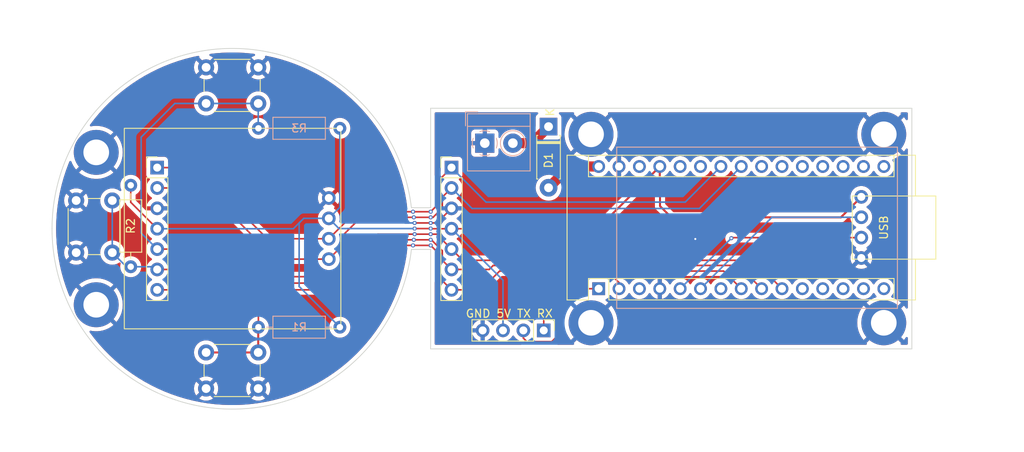
<source format=kicad_pcb>
(kicad_pcb (version 20211014) (generator pcbnew)
  (layers (0 "F.Cu" signal) (31 "B.Cu" signal) (34 "B.Paste" user) (35 "F.Paste" user) (36 "B.SilkS" user "B.Silkscreen") (37 "F.SilkS" user "F.Silkscreen") (38 "B.Mask" user) (39 "F.Mask" user) (44 "Edge.Cuts" user))
  (net 0 "")
  (net 1 "/TX")
  (net 2 "/RX")
  (net 4 "GND")
  (net 5 "/BT1")
  (net 6 "/DT")
  (net 7 "/SCK")
  (net 9 "/BT3")
  (net 22 "/SDA")
  (net 23 "/SCL")
  (net 26 "+5V")
  (net 28 "BATT")
  (net 29 "Net-(D1-Pad1)")
  (net 30 "/BT2")
  (footprint "MountingHole:MountingHole_3.2mm_M3_DIN965_Pad_TopBottom" (layer "F.Cu") (at 29.8 38 -90)
    (fp_text reference "H5" hide)
    (fp_text value "MountingHole_Pad")
    (pad "1" connect circle (at 0 0 270) (size 5.6 5.6) (layers "F.Cu" "F.Mask") (net 4 "GND"))
    (pad "1" thru_hole circle (at 0 0 270) (size 3.6 3.6) (drill 3.2) (layers *.Cu *.Mask) (net 4 "GND"))
    (pad "1" connect circle (at 0 0 270) (size 5.6 5.6) (layers "B.Cu" "B.Mask") (net 4 "GND"))
  )
  (footprint "MountingHole:MountingHole_3.2mm_M3_DIN965_Pad_TopBottom" (layer "F.Cu") (at 128 35.75)
    (fp_text reference "H2" hide)
    (fp_text value "MountingHole_Pad")
    (pad "1" connect circle (at 0 0) (size 5.6 5.6) (layers "B.Cu" "B.Mask") (net 4 "GND"))
    (pad "1" thru_hole circle (at 0 0) (size 3.6 3.6) (drill 3.2) (layers *.Cu *.Mask) (net 4 "GND"))
    (pad "1" connect circle (at 0 0) (size 5.6 5.6) (layers "F.Cu" "F.Mask") (net 4 "GND"))
  )
  (footprint "Connector_PinHeader_2.54mm:PinHeader_1x07_P2.54mm_Vertical" (layer "F.Cu") (at 74.1 39.9)
    (fp_text reference "J5" hide)
    (fp_text value "Conn_01x07")
    (fp_line (start -1.33 0) (end -1.33 -1.33) (layer "F.SilkS") (width 0.12))
    (fp_line (start -1.33 1.27) (end 1.33 1.27) (layer "F.SilkS") (width 0.12))
    (fp_line (start -1.33 16.57) (end 1.33 16.57) (layer "F.SilkS") (width 0.12))
    (fp_line (start 1.33 1.27) (end 1.33 16.57) (layer "F.SilkS") (width 0.12))
    (fp_line (start -1.33 1.27) (end -1.33 16.57) (layer "F.SilkS") (width 0.12))
    (fp_line (start -1.33 -1.33) (end 0 -1.33) (layer "F.SilkS") (width 0.12))
    (pad "1" thru_hole rect (at 0 0) (size 1.7 1.7) (drill 1) (layers *.Cu *.Mask) (net 23 "/SCL"))
    (pad "2" thru_hole oval (at 0 2.54) (size 1.7 1.7) (drill 1) (layers *.Cu *.Mask) (net 22 "/SDA"))
    (pad "3" thru_hole oval (at 0 5.08) (size 1.7 1.7) (drill 1) (layers *.Cu *.Mask) (net 4 "GND"))
    (pad "4" thru_hole oval (at 0 7.62) (size 1.7 1.7) (drill 1) (layers *.Cu *.Mask) (net 26 "+5V"))
    (pad "5" thru_hole oval (at 0 10.16) (size 1.7 1.7) (drill 1) (layers *.Cu *.Mask) (net 9 "/BT3"))
    (pad "6" thru_hole oval (at 0 12.7) (size 1.7 1.7) (drill 1) (layers *.Cu *.Mask) (net 30 "/BT2"))
    (pad "7" thru_hole oval (at 0 15.24) (size 1.7 1.7) (drill 1) (layers *.Cu *.Mask) (net 5 "/BT1"))
  )
  (footprint "Module:Arduino_Nano" (layer "F.Cu") (at 92.45 55 90)
    (fp_text reference "A1" hide)
    (fp_text value "Arduino_Nano_Every")
    (fp_text user "USB" (at 7.62 35.56 90 unlocked) (layer "F.SilkS"))
    (fp_line (start 11.56 31.62) (end 11.56 42.04) (layer "F.SilkS") (width 0.12))
    (fp_line (start 1.27 36.83) (end -1.4 36.83) (layer "F.SilkS") (width 0.12))
    (fp_line (start 3.68 31.62) (end 11.56 31.62) (layer "F.SilkS") (width 0.12))
    (fp_line (start 13.97 -1.27) (end 13.97 36.83) (layer "F.SilkS") (width 0.12))
    (fp_line (start -1.4 -3.94) (end -1.4 -1.27) (layer "F.SilkS") (width 0.12))
    (fp_line (start 11.56 42.04) (end 3.68 42.04) (layer "F.SilkS") (width 0.12))
    (fp_line (start 1.27 1.27) (end 1.27 36.83) (layer "F.SilkS") (width 0.12))
    (fp_line (start -1.4 1.27) (end -1.4 39.5) (layer "F.SilkS") (width 0.12))
    (fp_line (start 16.64 39.5) (end 11.56 39.5) (layer "F.SilkS") (width 0.12))
    (fp_line (start 3.68 42.04) (end 3.68 31.62) (layer "F.SilkS") (width 0.12))
    (fp_line (start 16.64 -3.94) (end -1.4 -3.94) (layer "F.SilkS") (width 0.12))
    (fp_line (start 1.27 1.27) (end 1.27 -1.27) (layer "F.SilkS") (width 0.12))
    (fp_line (start -1.4 39.5) (end 3.68 39.5) (layer "F.SilkS") (width 0.12))
    (fp_line (start 1.27 -1.27) (end -1.4 -1.27) (layer "F.SilkS") (width 0.12))
    (fp_line (start 16.64 39.5) (end 16.64 -3.94) (layer "F.SilkS") (width 0.12))
    (fp_line (start 13.97 36.83) (end 16.64 36.83) (layer "F.SilkS") (width 0.12))
    (fp_line (start 13.97 -1.27) (end 16.64 -1.27) (layer "F.SilkS") (width 0.12))
    (fp_line (start 1.27 1.27) (end -1.4 1.27) (layer "F.SilkS") (width 0.12))
    (pad "1" thru_hole rect (at 0 0 90) (size 1.6 1.6) (drill 1) (layers *.Cu *.Mask) (net 1 "/TX"))
    (pad "2" thru_hole oval (at 0 2.54 90) (size 1.6 1.6) (drill 1) (layers *.Cu *.Mask) (net 2 "/RX"))
    (pad "3" thru_hole oval (at 0 5.08 90) (size 1.6 1.6) (drill 1) (layers *.Cu *.Mask))
    (pad "4" thru_hole oval (at 0 7.62 90) (size 1.6 1.6) (drill 1) (layers *.Cu *.Mask) (net 4 "GND"))
    (pad "5" thru_hole oval (at 0 10.16 90) (size 1.6 1.6) (drill 1) (layers *.Cu *.Mask) (net 6 "/DT"))
    (pad "6" thru_hole oval (at 0 12.7 90) (size 1.6 1.6) (drill 1) (layers *.Cu *.Mask) (net 7 "/SCK"))
    (pad "7" thru_hole oval (at 0 15.24 90) (size 1.6 1.6) (drill 1) (layers *.Cu *.Mask))
    (pad "8" thru_hole oval (at 0 17.78 90) (size 1.6 1.6) (drill 1) (layers *.Cu *.Mask) (net 5 "/BT1"))
    (pad "9" thru_hole oval (at 0 20.32 90) (size 1.6 1.6) (drill 1) (layers *.Cu *.Mask) (net 30 "/BT2"))
    (pad "10" thru_hole oval (at 0 22.86 90) (size 1.6 1.6) (drill 1) (layers *.Cu *.Mask) (net 9 "/BT3"))
    (pad "11" thru_hole oval (at 0 25.4 90) (size 1.6 1.6) (drill 1) (layers *.Cu *.Mask))
    (pad "12" thru_hole oval (at 0 27.94 90) (size 1.6 1.6) (drill 1) (layers *.Cu *.Mask))
    (pad "13" thru_hole oval (at 0 30.48 90) (size 1.6 1.6) (drill 1) (layers *.Cu *.Mask))
    (pad "14" thru_hole oval (at 0 33.02 90) (size 1.6 1.6) (drill 1) (layers *.Cu *.Mask))
    (pad "15" thru_hole oval (at 0 35.56 90) (size 1.6 1.6) (drill 1) (layers *.Cu *.Mask))
    (pad "16" thru_hole oval (at 15.24 35.56 90) (size 1.6 1.6) (drill 1) (layers *.Cu *.Mask))
    (pad "17" thru_hole oval (at 15.24 33.02 90) (size 1.6 1.6) (drill 1) (layers *.Cu *.Mask))
    (pad "18" thru_hole oval (at 15.24 30.48 90) (size 1.6 1.6) (drill 1) (layers *.Cu *.Mask))
    (pad "19" thru_hole oval (at 15.24 27.94 90) (size 1.6 1.6) (drill 1) (layers *.Cu *.Mask))
    (pad "20" thru_hole oval (at 15.24 25.4 90) (size 1.6 1.6) (drill 1) (layers *.Cu *.Mask))
    (pad "21" thru_hole oval (at 15.24 22.86 90) (size 1.6 1.6) (drill 1) (layers *.Cu *.Mask))
    (pad "22" thru_hole oval (at 15.24 20.32 90) (size 1.6 1.6) (drill 1) (layers *.Cu *.Mask))
    (pad "23" thru_hole oval (at 15.24 17.78 90) (size 1.6 1.6) (drill 1) (layers *.Cu *.Mask) (net 22 "/SDA"))
    (pad "24" thru_hole oval (at 15.24 15.24 90) (size 1.6 1.6) (drill 1) (layers *.Cu *.Mask) (net 23 "/SCL"))
    (pad "25" thru_hole oval (at 15.24 12.7 90) (size 1.6 1.6) (drill 1) (layers *.Cu *.Mask))
    (pad "26" thru_hole oval (at 15.24 10.16 90) (size 1.6 1.6) (drill 1) (layers *.Cu *.Mask))
    (pad "27" thru_hole oval (at 15.24 7.62 90) (size 1.6 1.6) (drill 1) (layers *.Cu *.Mask) (net 26 "+5V"))
    (pad "28" thru_hole oval (at 15.24 5.08 90) (size 1.6 1.6) (drill 1) (layers *.Cu *.Mask))
    (pad "29" thru_hole oval (at 15.24 2.54 90) (size 1.6 1.6) (drill 1) (layers *.Cu *.Mask) (net 4 "GND"))
    (pad "30" thru_hole oval (at 15.24 0 90) (size 1.6 1.6) (drill 1) (layers *.Cu *.Mask) (net 28 "BATT"))
  )
  (footprint "Button_Switch_THT:SW_PUSH_6mm_H4.3mm" (layer "F.Cu") (at 50 31.9 180)
    (fp_text reference "SW3" hide)
    (fp_text value "SW_Push")
    (fp_line (start -0.25 1.5) (end -0.25 3) (layer "F.SilkS") (width 0.12))
    (fp_line (start 6.75 3) (end 6.75 1.5) (layer "F.SilkS") (width 0.12))
    (fp_line (start 5.5 -1) (end 1 -1) (layer "F.SilkS") (width 0.12))
    (fp_line (start 1 5.5) (end 5.5 5.5) (layer "F.SilkS") (width 0.12))
    (pad "1" thru_hole circle (at 6.5 0 270) (size 2 2) (drill 1.1) (layers *.Cu *.Mask) (net 9 "/BT3"))
    (pad "1" thru_hole circle (at 0 0 270) (size 2 2) (drill 1.1) (layers *.Cu *.Mask) (net 9 "/BT3"))
    (pad "2" thru_hole circle (at 0 4.5 270) (size 2 2) (drill 1.1) (layers *.Cu *.Mask) (net 4 "GND"))
    (pad "2" thru_hole circle (at 6.5 4.5 270) (size 2 2) (drill 1.1) (layers *.Cu *.Mask) (net 4 "GND"))
  )
  (footprint "MountingHole:MountingHole_3.2mm_M3_DIN965_Pad_TopBottom" (layer "F.Cu") (at 91.5 59.25)
    (fp_text reference "H4" hide)
    (fp_text value "MountingHole_Pad")
    (pad "1" thru_hole circle (at 0 0) (size 3.6 3.6) (drill 3.2) (layers *.Cu *.Mask) (net 4 "GND"))
    (pad "1" connect circle (at 0 0) (size 5.6 5.6) (layers "F.Cu" "F.Mask") (net 4 "GND"))
    (pad "1" connect circle (at 0 0) (size 5.6 5.6) (layers "B.Cu" "B.Mask") (net 4 "GND"))
  )
  (footprint "MountingHole:MountingHole_3.2mm_M3_DIN965_Pad_TopBottom" (layer "F.Cu") (at 29.8 57 -90)
    (fp_text reference "H6" hide)
    (fp_text value "MountingHole_Pad")
    (pad "1" connect circle (at 0 0 270) (size 5.6 5.6) (layers "B.Cu" "B.Mask") (net 4 "GND"))
    (pad "1" thru_hole circle (at 0 0 270) (size 3.6 3.6) (drill 3.2) (layers *.Cu *.Mask) (net 4 "GND"))
    (pad "1" connect circle (at 0 0 270) (size 5.6 5.6) (layers "F.Cu" "F.Mask") (net 4 "GND"))
  )
  (footprint "Connector_PinHeader_2.54mm:PinHeader_1x07_P2.54mm_Vertical" (layer "F.Cu") (at 37.4 39.9)
    (fp_text reference "J6" hide)
    (fp_text value "Conn_01x07")
    (fp_line (start -1.33 1.27) (end -1.33 16.57) (layer "F.SilkS") (width 0.12))
    (fp_line (start -1.33 1.27) (end 1.33 1.27) (layer "F.SilkS") (width 0.12))
    (fp_line (start -1.33 16.57) (end 1.33 16.57) (layer "F.SilkS") (width 0.12))
    (fp_line (start -1.33 0) (end -1.33 -1.33) (layer "F.SilkS") (width 0.12))
    (fp_line (start 1.33 1.27) (end 1.33 16.57) (layer "F.SilkS") (width 0.12))
    (fp_line (start -1.33 -1.33) (end 0 -1.33) (layer "F.SilkS") (width 0.12))
    (pad "1" thru_hole rect (at 0 0) (size 1.7 1.7) (drill 1) (layers *.Cu *.Mask) (net 23 "/SCL"))
    (pad "2" thru_hole oval (at 0 2.54) (size 1.7 1.7) (drill 1) (layers *.Cu *.Mask) (net 22 "/SDA"))
    (pad "3" thru_hole oval (at 0 5.08) (size 1.7 1.7) (drill 1) (layers *.Cu *.Mask) (net 4 "GND"))
    (pad "4" thru_hole oval (at 0 7.62) (size 1.7 1.7) (drill 1) (layers *.Cu *.Mask) (net 26 "+5V"))
    (pad "5" thru_hole oval (at 0 10.16) (size 1.7 1.7) (drill 1) (layers *.Cu *.Mask) (net 9 "/BT3"))
    (pad "6" thru_hole oval (at 0 12.7) (size 1.7 1.7) (drill 1) (layers *.Cu *.Mask) (net 30 "/BT2"))
    (pad "7" thru_hole oval (at 0 15.24) (size 1.7 1.7) (drill 1) (layers *.Cu *.Mask) (net 5 "/BT1"))
  )
  (footprint "MountingHole:MountingHole_3.2mm_M3_DIN965_Pad_TopBottom" (layer "F.Cu") (at 91.5 35.75)
    (fp_text reference "H1" hide)
    (fp_text value "MountingHole_Pad")
    (pad "1" connect circle (at 0 0) (size 5.6 5.6) (layers "F.Cu" "F.Mask") (net 4 "GND"))
    (pad "1" connect circle (at 0 0) (size 5.6 5.6) (layers "B.Cu" "B.Mask") (net 4 "GND"))
    (pad "1" thru_hole circle (at 0 0) (size 3.6 3.6) (drill 3.2) (layers *.Cu *.Mask) (net 4 "GND"))
  )
  (footprint "Diode_THT:D_DO-41_SOD81_P7.62mm_Horizontal" (layer "F.Cu") (at 86.2 34.79 -90)
    (fp_text reference "D1" (at 4.21 0 90) (layer "F.SilkS"))
    (fp_text value "DIODE")
    (fp_text user "K" (at -1.79 -0.2 90) (layer "F.SilkS"))
    (fp_line (start 1.09 -1.47) (end 6.53 -1.47) (layer "F.SilkS") (width 0.12))
    (fp_line (start 1.87 -1.47) (end 1.87 1.47) (layer "F.SilkS") (width 0.12))
    (fp_line (start 1.09 -1.34) (end 1.09 -1.47) (layer "F.SilkS") (width 0.12))
    (fp_line (start 2.11 -1.47) (end 2.11 1.47) (layer "F.SilkS") (width 0.12))
    (fp_line (start 6.53 1.47) (end 6.53 1.34) (layer "F.SilkS") (width 0.12))
    (fp_line (start 1.99 -1.47) (end 1.99 1.47) (layer "F.SilkS") (width 0.12))
    (fp_line (start 6.53 -1.47) (end 6.53 -1.34) (layer "F.SilkS") (width 0.12))
    (fp_line (start 1.09 1.34) (end 1.09 1.47) (layer "F.SilkS") (width 0.12))
    (fp_line (start 1.09 1.47) (end 6.53 1.47) (layer "F.SilkS") (width 0.12))
    (pad "1" thru_hole rect (at 0 0 270) (size 2.2 2.2) (drill 1.1) (layers *.Cu *.Mask) (net 29 "Net-(D1-Pad1)"))
    (pad "2" thru_hole oval (at 7.62 0 270) (size 2.2 2.2) (drill 1.1) (layers *.Cu *.Mask) (net 28 "BATT"))
  )
  (footprint "Button_Switch_THT:SW_PUSH_6mm_H4.3mm" (layer "F.Cu") (at 43.5 62.95)
    (fp_text reference "SW1" hide)
    (fp_text value "SW_Push")
    (fp_line (start 5.5 -1) (end 1 -1) (layer "F.SilkS") (width 0.12))
    (fp_line (start -0.25 1.5) (end -0.25 3) (layer "F.SilkS") (width 0.12))
    (fp_line (start 1 5.5) (end 5.5 5.5) (layer "F.SilkS") (width 0.12))
    (fp_line (start 6.75 3) (end 6.75 1.5) (layer "F.SilkS") (width 0.12))
    (pad "1" thru_hole circle (at 0 0 90) (size 2 2) (drill 1.1) (layers *.Cu *.Mask) (net 5 "/BT1"))
    (pad "1" thru_hole circle (at 6.5 0 90) (size 2 2) (drill 1.1) (layers *.Cu *.Mask) (net 5 "/BT1"))
    (pad "2" thru_hole circle (at 0 4.5 90) (size 2 2) (drill 1.1) (layers *.Cu *.Mask) (net 4 "GND"))
    (pad "2" thru_hole circle (at 6.5 4.5 90) (size 2 2) (drill 1.1) (layers *.Cu *.Mask) (net 4 "GND"))
  )
  (footprint "Library:0.96 inch OLED I2C" (layer "F.Cu") (at 46.8 47.5 -90)
    (fp_text reference "J1" hide)
    (fp_text value "0.96 inch OLED")
    (fp_rect (start -12.5 -13.5) (end 12.5 13.5) (layer "F.SilkS") (width 0.12) (fill none))
    (pad "1" thru_hole circle (at 3.81 -12 270) (size 1.7 1.7) (drill 1) (layers *.Cu *.Mask) (net 22 "/SDA"))
    (pad "2" thru_hole circle (at 1.27 -12 270) (size 1.7 1.7) (drill 1) (layers *.Cu *.Mask) (net 23 "/SCL"))
    (pad "3" thru_hole circle (at -1.27 -12 270) (size 1.7 1.7) (drill 1) (layers *.Cu *.Mask) (net 26 "+5V"))
    (pad "4" thru_hole circle (at -3.81 -12 270) (size 1.7 1.7) (drill 1) (layers *.Cu *.Mask) (net 4 "GND"))
  )
  (footprint "Connector_PinHeader_2.54mm:PinHeader_1x04_P2.54mm_Vertical" (layer "F.Cu") (at 85.6 60.2 -90)
    (fp_text reference "J4" hide)
    (fp_text value "Conn_01x04")
    (fp_line (start -1.33 0) (end -1.33 -1.33) (layer "F.SilkS") (width 0.12))
    (fp_line (start -1.33 -1.33) (end 0 -1.33) (layer "F.SilkS") (width 0.12))
    (fp_line (start -1.33 1.27) (end 1.33 1.27) (layer "F.SilkS") (width 0.12))
    (fp_line (start -1.33 8.95) (end 1.33 8.95) (layer "F.SilkS") (width 0.12))
    (fp_line (start 1.33 1.27) (end 1.33 8.95) (layer "F.SilkS") (width 0.12))
    (fp_line (start -1.33 1.27) (end -1.33 8.95) (layer "F.SilkS") (width 0.12))
    (pad "1" thru_hole rect (at 0 0 270) (size 1.7 1.7) (drill 1) (layers *.Cu *.Mask) (net 2 "/RX"))
    (pad "2" thru_hole oval (at 0 2.54 270) (size 1.7 1.7) (drill 1) (layers *.Cu *.Mask) (net 1 "/TX"))
    (pad "3" thru_hole oval (at 0 5.08 270) (size 1.7 1.7) (drill 1) (layers *.Cu *.Mask) (net 26 "+5V"))
    (pad "4" thru_hole oval (at 0 7.62 270) (size 1.7 1.7) (drill 1) (layers *.Cu *.Mask) (net 4 "GND"))
  )
  (footprint "MountingHole:MountingHole_3.2mm_M3_DIN965_Pad_TopBottom" (layer "F.Cu") (at 128 59.25)
    (fp_text reference "H3" hide)
    (fp_text value "MountingHole_Pad")
    (pad "1" connect circle (at 0 0) (size 5.6 5.6) (layers "F.Cu" "F.Mask") (net 4 "GND"))
    (pad "1" thru_hole circle (at 0 0) (size 3.6 3.6) (drill 3.2) (layers *.Cu *.Mask) (net 4 "GND"))
    (pad "1" connect circle (at 0 0) (size 5.6 5.6) (layers "B.Cu" "B.Mask") (net 4 "GND"))
  )
  (footprint "Resistor_THT:R_Axial_DIN0207_L6.3mm_D2.5mm_P10.16mm_Horizontal" (layer "F.Cu") (at 34.1 42.1 -90)
    (fp_text reference "R2" (at 5.08 0 90) (layer "F.SilkS"))
    (fp_text value "10k")
    (fp_line (start 8.35 -1.37) (end 1.81 -1.37) (layer "F.SilkS") (width 0.12))
    (fp_line (start 8.35 1.37) (end 8.35 -1.37) (layer "F.SilkS") (width 0.12))
    (fp_line (start 1.81 1.37) (end 8.35 1.37) (layer "F.SilkS") (width 0.12))
    (fp_line (start 1.04 0) (end 1.81 0) (layer "F.SilkS") (width 0.12))
    (fp_line (start 9.12 0) (end 8.35 0) (layer "F.SilkS") (width 0.12))
    (fp_line (start 1.81 -1.37) (end 1.81 1.37) (layer "F.SilkS") (width 0.12))
    (pad "1" thru_hole circle (at 0 0 270) (size 1.6 1.6) (drill 0.8) (layers *.Cu *.Mask) (net 26 "+5V"))
    (pad "2" thru_hole oval (at 10.16 0 270) (size 1.6 1.6) (drill 0.8) (layers *.Cu *.Mask) (net 30 "/BT2"))
  )
  (footprint "Button_Switch_THT:SW_PUSH_6mm_H4.3mm" (layer "F.Cu") (at 31.8 44 -90)
    (fp_text reference "SW2" hide)
    (fp_text value "SW_Push")
    (fp_line (start 5.5 -1) (end 1 -1) (layer "F.SilkS") (width 0.12))
    (fp_line (start 6.75 3) (end 6.75 1.5) (layer "F.SilkS") (width 0.12))
    (fp_line (start -0.25 1.5) (end -0.25 3) (layer "F.SilkS") (width 0.12))
    (fp_line (start 1 5.5) (end 5.5 5.5) (layer "F.SilkS") (width 0.12))
    (pad "1" thru_hole circle (at 0 0) (size 2 2) (drill 1.1) (layers *.Cu *.Mask) (net 30 "/BT2"))
    (pad "1" thru_hole circle (at 6.5 0) (size 2 2) (drill 1.1) (layers *.Cu *.Mask) (net 30 "/BT2"))
    (pad "2" thru_hole circle (at 0 4.5) (size 2 2) (drill 1.1) (layers *.Cu *.Mask) (net 4 "GND"))
    (pad "2" thru_hole circle (at 6.5 4.5) (size 2 2) (drill 1.1) (layers *.Cu *.Mask) (net 4 "GND"))
  )
  (footprint "TerminalBlock_4Ucon:TerminalBlock_4Ucon_1x02_P3.50mm_Horizontal" (layer "B.Cu") (at 78.25 36.85)
    (fp_text reference "J3" hide)
    (fp_text value "Screw_Terminal_01x02")
    (fp_line (start -2.4 -3.9) (end -0.9 -3.9) (layer "B.SilkS") (width 0.12))
    (fp_line (start -2.16 3.46) (end 5.66 3.46) (layer "B.SilkS") (width 0.12))
    (fp_line (start -2.16 -2.1) (end 5.66 -2.1) (layer "B.SilkS") (width 0.12))
    (fp_line (start -2.16 3.46) (end -2.16 -3.66) (layer "B.SilkS") (width 0.12))
    (fp_line (start -2.4 -2.16) (end -2.4 -3.9) (layer "B.SilkS") (width 0.12))
    (fp_line (start -2.16 -3.66) (end 5.66 -3.66) (layer "B.SilkS") (width 0.12))
    (fp_line (start 5.66 3.46) (end 5.66 -3.66) (layer "B.SilkS") (width 0.12))
    (fp_arc (start 1.432 -0.608) (mid 1.555727 -0.00014) (end 1.432109 0.607742) (layer "B.SilkS") (width 0.12))
    (fp_arc (start -0.608 -1.432) (mid -0.296984 -1.527118) (end 0.027011 -1.555493) (layer "B.SilkS") (width 0.12))
    (fp_arc (start -1.432 0.608) (mid -1.555727 0.00014) (end -1.432109 -0.607742) (layer "B.SilkS") (width 0.12))
    (fp_arc (start 0.608 1.432) (mid 0.00014 1.555727) (end -0.607742 1.432109) (layer "B.SilkS") (width 0.12))
    (fp_arc (start 0 -1.555) (mid 0.310017 -1.523783) (end 0.607587 -1.431385) (layer "B.SilkS") (width 0.12))
    (fp_circle (center 3.5 0) (end 5.055 0) (layer "B.SilkS") (width 0.12) (fill none))
    (pad "1" thru_hole rect (at 0 0) (size 2.4 2.4) (drill 1.2) (layers *.Cu *.Mask) (net 4 "GND"))
    (pad "2" thru_hole circle (at 3.5 0) (size 2.4 2.4) (drill 1.2) (layers *.Cu *.Mask) (net 29 "Net-(D1-Pad1)"))
  )
  (footprint "Library:LoadCellAmplifier" (layer "B.Cu") (at 125.2 43.55 180)
    (fp_text reference "J2" hide)
    (fp_text value "Load Cell")
    (fp_line (start -4.5 -13.9) (end 30.5 -13.9) (layer "B.SilkS") (width 0.12))
    (fp_line (start 30.5 6.2) (end -4.5 6.2) (layer "B.SilkS") (width 0.12))
    (fp_line (start -4.5 6.2) (end -4.5 -13.9) (layer "B.SilkS") (width 0.12))
    (fp_line (start 30.5 -13.9) (end 30.5 6.2) (layer "B.SilkS") (width 0.12))
    (pad "1" thru_hole circle (at 0 0 180) (size 1.7 1.7) (drill 1) (layers *.Cu *.Mask) (net 26 "+5V"))
    (pad "2" thru_hole circle (at 0 -2.54 180) (size 1.7 1.7) (drill 1) (layers *.Cu *.Mask) (net 7 "/SCK"))
    (pad "3" thru_hole circle (at 0 -5.08 180) (size 1.7 1.7) (drill 1) (layers *.Cu *.Mask) (net 6 "/DT"))
    (pad "4" thru_hole circle (at 0 -7.62 180) (size 1.7 1.7) (drill 1) (layers *.Cu *.Mask) (net 4 "GND"))
  )
  (footprint "Resistor_THT:R_Axial_DIN0207_L6.3mm_D2.5mm_P10.16mm_Horizontal" (layer "B.Cu") (at 60.18 59.8 180)
    (fp_text reference "R1" (at 5.08 0) (layer "B.SilkS") (effects (justify mirror)))
    (fp_text value "10k")
    (fp_line (start 8.35 -1.37) (end 8.35 1.37) (layer "B.SilkS") (width 0.12))
    (fp_line (start 1.81 -1.37) (end 8.35 -1.37) (layer "B.SilkS") (width 0.12))
    (fp_line (start 1.81 1.37) (end 1.81 -1.37) (layer "B.SilkS") (width 0.12))
    (fp_line (start 1.04 0) (end 1.81 0) (layer "B.SilkS") (width 0.12))
    (fp_line (start 9.12 0) (end 8.35 0) (layer "B.SilkS") (width 0.12))
    (fp_line (start 8.35 1.37) (end 1.81 1.37) (layer "B.SilkS") (width 0.12))
    (pad "1" thru_hole circle (at 0 0 180) (size 1.6 1.6) (drill 0.8) (layers *.Cu *.Mask) (net 26 "+5V"))
    (pad "2" thru_hole oval (at 10.16 0 180) (size 1.6 1.6) (drill 0.8) (layers *.Cu *.Mask) (net 5 "/BT1"))
  )
  (footprint "Resistor_THT:R_Axial_DIN0207_L6.3mm_D2.5mm_P10.16mm_Horizontal" (layer "B.Cu") (at 60.18 35 180)
    (fp_text reference "R3" (at 5.08 0) (layer "B.SilkS") (effects (justify mirror)))
    (fp_text value "10k")
    (fp_line (start 8.35 1.37) (end 1.81 1.37) (layer "B.SilkS") (width 0.12))
    (fp_line (start 9.12 0) (end 8.35 0) (layer "B.SilkS") (width 0.12))
    (fp_line (start 1.81 -1.37) (end 8.35 -1.37) (layer "B.SilkS") (width 0.12))
    (fp_line (start 1.81 1.37) (end 1.81 -1.37) (layer "B.SilkS") (width 0.12))
    (fp_line (start 8.35 -1.37) (end 8.35 1.37) (layer "B.SilkS") (width 0.12))
    (fp_line (start 1.04 0) (end 1.81 0) (layer "B.SilkS") (width 0.12))
    (pad "1" thru_hole circle (at 0 0 180) (size 1.6 1.6) (drill 0.8) (layers *.Cu *.Mask) (net 26 "+5V"))
    (pad "2" thru_hole oval (at 10.16 0 180) (size 1.6 1.6) (drill 0.8) (layers *.Cu *.Mask) (net 9 "/BT3"))
  )
  (gr_line (start 131.5 32.5) (end 71.5 32.5) (layer "Edge.Cuts") (width 0.1))
  (gr_line (start 131.5 62.5) (end 71.5 62.5) (layer "Edge.Cuts") (width 0.1))
  (gr_line (start 71.5 44.9) (end 69.1 44.9) (layer "Edge.Cuts") (width 0.1))
  (gr_line (start 131.5 32.5) (end 131.5 62.5) (layer "Edge.Cuts") (width 0.1))
  (gr_arc (start 24.29 47.52) (mid 45.459357 25.076736) (end 69.1 44.9) (layer "Edge.Cuts") (width 0.1))
  (gr_line (start 71.5 62.5) (end 71.5 50.1) (layer "Edge.Cuts") (width 0.1))
  (gr_line (start 71.5 32.5) (end 71.5 44.9) (layer "Edge.Cuts") (width 0.1))
  (gr_arc (start 69.1 50.1) (mid 45.476324 69.976231) (end 24.29 47.52) (layer "Edge.Cuts") (width 0.1))
  (gr_line (start 69.1 50.1) (end 71.5 50.1) (layer "Edge.Cuts") (width 0.1))
  (gr_text "GND 5V TX RX" (at 81.3 58.1) (layer "F.SilkS") (effects (font (size 1 1))))
  (segment (start 87.7 60.5) (end 87.7 57.3) (width 0.2) (layer "F.Cu") (net 1))
  (segment (start 90 55) (end 92.45 55) (width 0.2) (layer "F.Cu") (net 1))
  (segment (start 83.5 61.6) (end 86.6 61.6) (width 0.2) (layer "F.Cu") (net 1))
  (segment (start 86.6 61.6) (end 87.7 60.5) (width 0.2) (layer "F.Cu") (net 1))
  (segment (start 83.06 61.16) (end 83.5 61.6) (width 0.2) (layer "F.Cu") (net 1))
  (segment (start 87.7 57.3) (end 90 55) (width 0.2) (layer "F.Cu") (net 1))
  (segment (start 83.06 60.2) (end 83.06 61.16) (width 0.2) (layer "F.Cu") (net 1))
  (segment (start 85.6 56.7) (end 85.6 60.2) (width 0.2) (layer "F.Cu") (net 2))
  (segment (start 88.8 53.5) (end 85.6 56.7) (width 0.2) (layer "F.Cu") (net 2))
  (segment (start 94.99 55) (end 94.99 54.24) (width 0.2) (layer "F.Cu") (net 2))
  (segment (start 94.99 54.24) (end 94.25 53.5) (width 0.2) (layer "F.Cu") (net 2))
  (segment (start 94.25 53.5) (end 88.8 53.5) (width 0.2) (layer "F.Cu") (net 2))
  (segment (start 71.5 46.8) (end 72.28 46.8) (width 0.2) (layer "F.Cu") (net 4))
  (segment (start 69.5 46.8) (end 71.5 46.8) (width 0.2) (layer "F.Cu") (net 4))
  (segment (start 72.28 46.8) (end 74.1 44.98) (width 0.2) (layer "F.Cu") (net 4))
  (via (at 71.5 46.8) (size 0.508) (drill 0.254) (layers "F.Cu" "B.Cu") (net 4))
  (via (at 69.5 46.8) (size 0.508) (drill 0.254) (layers "F.Cu" "B.Cu") (net 4))
  (via (at 104.5 48.8) (size 0.508) (drill 0.254) (layers "F.Cu" "B.Cu") (net 4))
  (segment (start 69.5 46.8) (end 68.3 46.8) (width 0.2) (layer "B.Cu") (net 4))
  (segment (start 110.23 55) (end 108.03 52.8) (width 0.2) (layer "F.Cu") (net 5))
  (segment (start 50.02 57.68) (end 52.56 55.14) (width 0.2) (layer "F.Cu") (net 5))
  (segment (start 50.02 57.68) (end 50.02 59.8) (width 0.2) (layer "F.Cu") (net 5))
  (segment (start 53.06 55.14) (end 60.86 55.14) (width 0.2) (layer "F.Cu") (net 5))
  (segment (start 72.5 53.54) (end 74.1 55.14) (width 0.2) (layer "F.Cu") (net 5))
  (segment (start 108.03 52.8) (end 80.1 52.8) (width 0.2) (layer "F.Cu") (net 5))
  (segment (start 77.76 55.14) (end 74.1 55.14) (width 0.2) (layer "F.Cu") (net 5))
  (segment (start 60.86 55.14) (end 66.4 49.6) (width 0.2) (layer "F.Cu") (net 5))
  (segment (start 43.5 62.95) (end 50 62.95) (width 0.25) (layer "F.Cu") (net 5))
  (segment (start 80.1 52.8) (end 77.76 55.14) (width 0.2) (layer "F.Cu") (net 5))
  (segment (start 66.4 49.6) (end 69.3 49.6) (width 0.2) (layer "F.Cu") (net 5))
  (segment (start 71.5 49.6) (end 72.5 50.6) (width 0.2) (layer "F.Cu") (net 5))
  (segment (start 50 62.95) (end 50 59.82) (width 0.25) (layer "F.Cu") (net 5))
  (segment (start 52.56 55.14) (end 53.06 55.14) (width 0.2) (layer "F.Cu") (net 5))
  (segment (start 69.3 49.6) (end 71.5 49.6) (width 0.2) (layer "F.Cu") (net 5))
  (segment (start 72.5 50.6) (end 72.5 53.54) (width 0.2) (layer "F.Cu") (net 5))
  (segment (start 50 59.82) (end 50.02 59.8) (width 0.25) (layer "F.Cu") (net 5))
  (segment (start 37.4 55.14) (end 53.06 55.14) (width 0.2) (layer "F.Cu") (net 5))
  (via (at 71.5 49.6) (size 0.508) (drill 0.254) (layers "F.Cu" "B.Cu") (net 5))
  (via (at 69.3 49.6) (size 0.508) (drill 0.254) (layers "F.Cu" "B.Cu") (net 5))
  (segment (start 109.07 48.63) (end 125.2 48.63) (width 0.2) (layer "F.Cu") (net 6))
  (segment (start 109 48.7) (end 109.07 48.63) (width 0.2) (layer "F.Cu") (net 6))
  (via (at 109 48.7) (size 0.508) (drill 0.254) (layers "F.Cu" "B.Cu") (net 6))
  (segment (start 102.61 55) (end 109 48.7) (width 0.2) (layer "B.Cu") (net 6))
  (segment (start 105.15 55) (end 114.06 46.09) (width 0.2) (layer "B.Cu") (net 7))
  (segment (start 114.06 46.09) (end 125.2 46.09) (width 0.2) (layer "B.Cu") (net 7))
  (segment (start 59.6 53.5) (end 51.6 53.5) (width 0.2) (layer "F.Cu") (net 9))
  (segment (start 64.9 48.2) (end 59.6 53.5) (width 0.2) (layer "F.Cu") (net 9))
  (segment (start 72.24 48.2) (end 74.1 50.06) (width 0.2) (layer "F.Cu") (net 9))
  (segment (start 115.31 55) (end 111.77 51.46) (width 0.2) (layer "F.Cu") (net 9))
  (segment (start 69.5 48.2) (end 71.5 48.2) (width 0.2) (layer "F.Cu") (net 9))
  (segment (start 71.5 48.2) (end 72.24 48.2) (width 0.2) (layer "F.Cu") (net 9))
  (segment (start 75.5 51.46) (end 74.1 50.06) (width 0.2) (layer "F.Cu") (net 9))
  (segment (start 51.6 53.5) (end 48.16 50.06) (width 0.2) (layer "F.Cu") (net 9))
  (segment (start 111.77 51.46) (end 75.5 51.46) (width 0.2) (layer "F.Cu") (net 9))
  (segment (start 69.5 48.2) (end 64.9 48.2) (width 0.2) (layer "F.Cu") (net 9))
  (segment (start 48.16 50.06) (end 37.4 50.06) (width 0.2) (layer "F.Cu") (net 9))
  (via (at 69.5 48.2) (size 0.508) (drill 0.254) (layers "F.Cu" "B.Cu") (net 9))
  (via (at 71.5 48.2) (size 0.508) (drill 0.254) (layers "F.Cu" "B.Cu") (net 9))
  (segment (start 50 34.98) (end 50.02 35) (width 0.2) (layer "B.Cu") (net 9))
  (segment (start 43.5 31.9) (end 50 31.9) (width 0.2) (layer "B.Cu") (net 9))
  (segment (start 35.4 36.1) (end 39.6 31.9) (width 0.2) (layer "B.Cu") (net 9))
  (segment (start 37.4 50.06) (end 35.4 48.06) (width 0.2) (layer "B.Cu") (net 9))
  (segment (start 50 31.9) (end 50 34.98) (width 0.2) (layer "B.Cu") (net 9))
  (segment (start 35.4 48.06) (end 35.4 36.1) (width 0.2) (layer "B.Cu") (net 9))
  (segment (start 39.6 31.9) (end 43.5 31.9) (width 0.2) (layer "B.Cu") (net 9))
  (segment (start 69.4 46.1) (end 71.5 46.1) (width 0.2) (layer "F.Cu") (net 22))
  (segment (start 60.3 48.6) (end 62.8 46.1) (width 0.2) (layer "F.Cu") (net 22))
  (segment (start 72.95 43.59) (end 74.1 42.44) (width 0.2) (layer "F.Cu") (net 22))
  (segment (start 62.8 46.1) (end 69.4 46.1) (width 0.2) (layer "F.Cu") (net 22))
  (segment (start 58.8 51.31) (end 60.3 49.81) (width 0.2) (layer "F.Cu") (net 22))
  (segment (start 43.34 42.44) (end 52.21 51.31) (width 0.2) (layer "F.Cu") (net 22))
  (segment (start 72.95 44.95) (end 72.95 43.59) (width 0.2) (layer "F.Cu") (net 22))
  (segment (start 71.5 46.1) (end 71.8 46.1) (width 0.2) (layer "F.Cu") (net 22))
  (segment (start 52.21 51.31) (end 58.8 51.31) (width 0.2) (layer "F.Cu") (net 22))
  (segment (start 71.8 46.1) (end 72.95 44.95) (width 0.2) (layer "F.Cu") (net 22))
  (segment (start 37.4 42.44) (end 43.34 42.44) (width 0.2) (layer "F.Cu") (net 22))
  (segment (start 60.3 49.81) (end 60.3 48.6) (width 0.2) (layer "F.Cu") (net 22))
  (via (at 69.4 46.1) (size 0.508) (drill 0.254) (layers "F.Cu" "B.Cu") (net 22))
  (via (at 71.5 46.1) (size 0.508) (drill 0.254) (layers "F.Cu" "B.Cu") (net 22))
  (segment (start 105.99 44.01) (end 105 45) (width 0.2) (layer "B.Cu") (net 22))
  (segment (start 110.23 39.76) (end 105.99 44) (width 0.2) (layer "B.Cu") (net 22))
  (segment (start 105 45) (end 76.66 45) (width 0.2) (layer "B.Cu") (net 22))
  (segment (start 105.99 44) (end 105.99 44.01) (width 0.2) (layer "B.Cu") (net 22))
  (segment (start 76.66 45) (end 74.1 42.44) (width 0.2) (layer "B.Cu") (net 22))
  (segment (start 51.13 48.77) (end 42.26 39.9) (width 0.2) (layer "F.Cu") (net 23))
  (segment (start 69.3 45.4) (end 62.17 45.4) (width 0.2) (layer "F.Cu") (net 23))
  (segment (start 42.26 39.9) (end 37.4 39.9) (width 0.2) (layer "F.Cu") (net 23))
  (segment (start 72.5 41.5) (end 74.1 39.9) (width 0.2) (layer "F.Cu") (net 23))
  (segment (start 62.17 45.4) (end 58.8 48.77) (width 0.2) (layer "F.Cu") (net 23))
  (segment (start 69.3 45.4) (end 71.5 45.4) (width 0.2) (layer "F.Cu") (net 23))
  (segment (start 58.8 48.77) (end 51.13 48.77) (width 0.2) (layer "F.Cu") (net 23))
  (segment (start 72.5 44.4) (end 72.5 41.5) (width 0.2) (layer "F.Cu") (net 23))
  (segment (start 71.5 45.4) (end 72.5 44.4) (width 0.2) (layer "F.Cu") (net 23))
  (via (at 71.5 45.4) (size 0.508) (drill 0.254) (layers "F.Cu" "B.Cu") (net 23))
  (via (at 69.3 45.4) (size 0.508) (drill 0.254) (layers "F.Cu" "B.Cu") (net 23))
  (segment (start 78.4 44.2) (end 74.1 39.9) (width 0.2) (layer "B.Cu") (net 23))
  (segment (start 107.69 39.76) (end 103.25 44.2) (width 0.2) (layer "B.Cu") (net 23))
  (segment (start 103.25 44.2) (end 78.4 44.2) (width 0.2) (layer "B.Cu") (net 23))
  (segment (start 100.1 44.7) (end 101.5 46.1) (width 0.254) (layer "F.Cu") (net 26))
  (segment (start 93.6 46.23) (end 100.07 39.76) (width 0.254) (layer "F.Cu") (net 26))
  (segment (start 100.07 39.76) (end 100.07 42.441659) (width 0.254) (layer "F.Cu") (net 26))
  (segment (start 34.1 44.22) (end 34.1 42.1) (width 0.2) (layer "F.Cu") (net 26))
  (segment (start 100.07 42.441659) (end 100.1 42.471659) (width 0.254) (layer "F.Cu") (net 26))
  (segment (start 69.5 47.5) (end 71.5 47.5) (width 0.2) (layer "F.Cu") (net 26))
  (segment (start 100.1 42.471659) (end 100.1 44.7) (width 0.254) (layer "F.Cu") (net 26))
  (segment (start 71.52 47.52) (end 71.5 47.5) (width 0.2) (layer "F.Cu") (net 26))
  (segment (start 74.1 47.52) (end 92.31 47.52) (width 0.2) (layer "F.Cu") (net 26))
  (segment (start 122.65 46.1) (end 125.2 43.55) (width 0.254) (layer "F.Cu") (net 26))
  (segment (start 101.5 46.1) (end 122.65 46.1) (width 0.254) (layer "F.Cu") (net 26))
  (segment (start 37.4 47.52) (end 34.1 44.22) (width 0.2) (layer "F.Cu") (net 26))
  (segment (start 92.31 47.52) (end 93.6 46.23) (width 0.2) (layer "F.Cu") (net 26))
  (segment (start 74.1 47.52) (end 71.52 47.52) (width 0.2) (layer "F.Cu") (net 26))
  (via (at 71.5 47.5) (size 0.508) (drill 0.254) (layers "F.Cu" "B.Cu") (net 26))
  (via (at 69.5 47.5) (size 0.508) (drill 0.254) (layers "F.Cu" "B.Cu") (net 26))
  (segment (start 60.07 47.5) (end 58.8 46.23) (width 0.2) (layer "B.Cu") (net 26))
  (segment (start 55.67 46.23) (end 58.8 46.23) (width 0.2) (layer "B.Cu") (net 26))
  (segment (start 60.18 44.85) (end 58.8 46.23) (width 0.2) (layer "B.Cu") (net 26))
  (segment (start 60.18 35) (end 60.18 44.85) (width 0.2) (layer "B.Cu") (net 26))
  (segment (start 80.52 53.94) (end 74.1 47.52) (width 0.2) (layer "B.Cu") (net 26))
  (segment (start 55.1 54.72) (end 55.1 46.8) (width 0.2) (layer "B.Cu") (net 26))
  (segment (start 37.4 47.52) (end 54.38 47.52) (width 0.2) (layer "B.Cu") (net 26))
  (segment (start 69.5 47.5) (end 60.07 47.5) (width 0.2) (layer "B.Cu") (net 26))
  (segment (start 55.25 46.65) (end 55.67 46.23) (width 0.2) (layer "B.Cu") (net 26))
  (segment (start 60.18 59.8) (end 55.1 54.72) (width 0.2) (layer "B.Cu") (net 26))
  (segment (start 80.52 60.2) (end 80.52 53.94) (width 0.2) (layer "B.Cu") (net 26))
  (segment (start 54.38 47.52) (end 55.25 46.65) (width 0.2) (layer "B.Cu") (net 26))
  (segment (start 55.1 46.8) (end 55.25 46.65) (width 0.2) (layer "B.Cu") (net 26))
  (segment (start 86.2 42.41) (end 88.85 39.76) (width 1.27) (layer "F.Cu") (net 28))
  (segment (start 88.85 39.76) (end 92.45 39.76) (width 1.27) (layer "F.Cu") (net 28))
  (segment (start 84.14 36.85) (end 86.2 34.79) (width 1.27) (layer "F.Cu") (net 29))
  (segment (start 81.75 36.85) (end 84.14 36.85) (width 1.27) (layer "F.Cu") (net 29))
  (segment (start 71.5 48.9) (end 71.583475 48.9) (width 0.2) (layer "F.Cu") (net 30))
  (segment (start 71.583475 48.9) (end 72.95 50.266525) (width 0.2) (layer "F.Cu") (net 30))
  (segment (start 72.95 50.266525) (end 72.95 51.45) (width 0.2) (layer "F.Cu") (net 30))
  (segment (start 60 54.3) (end 49.1 54.3) (width 0.2) (layer "F.Cu") (net 30))
  (segment (start 47.4 52.6) (end 37.4 52.6) (width 0.2) (layer "F.Cu") (net 30))
  (segment (start 74.1 52.6) (end 78.8 52.6) (width 0.2) (layer "F.Cu") (net 30))
  (segment (start 109.87 52.1) (end 112.77 55) (width 0.2) (layer "F.Cu") (net 30))
  (segment (start 69.4 48.9) (end 65.4 48.9) (width 0.2) (layer "F.Cu") (net 30))
  (segment (start 49.1 54.3) (end 47.4 52.6) (width 0.2) (layer "F.Cu") (net 30))
  (segment (start 71.5 48.9) (end 69.4 48.9) (width 0.2) (layer "F.Cu") (net 30))
  (segment (start 72.95 51.45) (end 74.1 52.6) (width 0.2) (layer "F.Cu") (net 30))
  (segment (start 65.4 48.9) (end 60 54.3) (width 0.2) (layer "F.Cu") (net 30))
  (segment (start 78.8 52.6) (end 79.3 52.1) (width 0.2) (layer "F.Cu") (net 30))
  (segment (start 79.3 52.1) (end 109.87 52.1) (width 0.2) (layer "F.Cu") (net 30))
  (via (at 69.4 48.9) (size 0.508) (drill 0.254) (layers "F.Cu" "B.Cu") (net 30))
  (via (at 71.5 48.9) (size 0.508) (drill 0.254) (layers "F.Cu" "B.Cu") (net 30))
  (segment (start 31.8 50.5) (end 33.56 52.26) (width 0.2) (layer "B.Cu") (net 30))
  (segment (start 33.56 52.26) (end 34.1 52.26) (width 0.2) (layer "B.Cu") (net 30))
  (segment (start 31.8 44) (end 31.8 50.5) (width 0.2) (layer "B.Cu") (net 30))
  (segment (start 34.1 52.26) (end 37.06 52.26) (width 0.2) (layer "B.Cu") (net 30))
  (segment (start 37.06 52.26) (end 37.4 52.6) (width 0.2) (layer "B.Cu") (net 30))
  (zone (net 4) (net_name "GND") (layers F&B.Cu) (connect_pads (clearance 0.508)) (min_thickness 0.254) (fill yes (thermal_gap 0.508) (thermal_bridge_width 0.508))
    (polygon (pts (xy 144.9 19.9) (xy 145.5 73.5) (xy 19.2 75.4) (xy 17.8 19)))
  )
)
</source>
